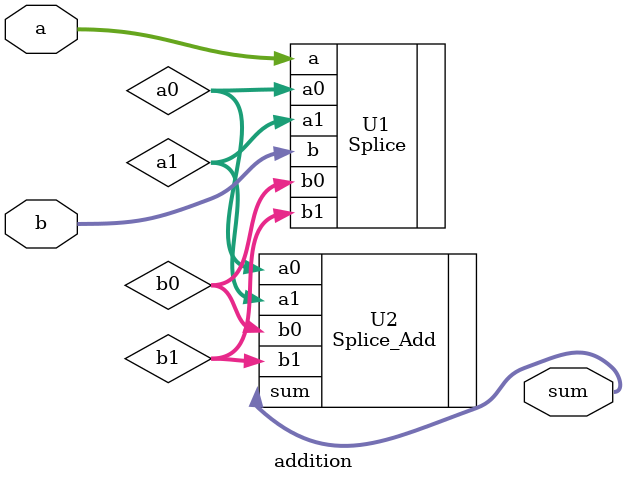
<source format=v>
`timescale 1ns / 1ps

module addition(input [7:0] a, input [7:0] b, output [7:0] sum);
wire [3:0] a0, a1, b0, b1;
Splice U1 (.a(a), .b(b), .a0(a0), .a1(a1), .b0(b0), .b1(b1));
Splice_Add U2(.a0(a0), .a1(a1), .b0(b0), .b1(b1), .sum(sum));
        
endmodule
</source>
